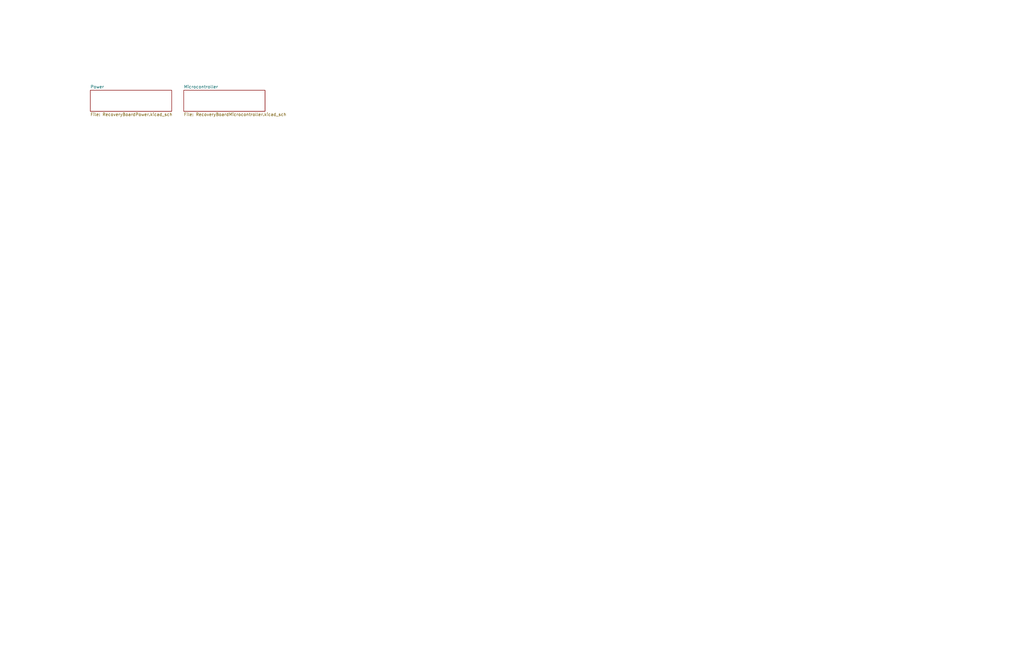
<source format=kicad_sch>
(kicad_sch (version 20211123) (generator eeschema)
  (paper "USLedger")
  (lib_symbols)
  (sheet (at 38.1 38.1) (size 34.29 8.89) (stroke (width 0.1524))
    (property "Sheet name" "Power" (at 38.1 37.3884 0) (effects (justify left bottom)))
    (property "Sheet file" "RecoveryBoardPower.kicad_sch" (at 38.1 47.5746 0) (effects (justify left top)))
  )
  (sheet (at 77.47 38.1) (size 34.29 8.89) (stroke (width 0.1524))
    (property "Sheet name" "Microcontroller" (at 77.47 37.3884 0) (effects (justify left bottom)))
    (property "Sheet file" "RecoveryBoardMicrocontroller.kicad_sch" (at 77.47 47.5746 0) (effects (justify left top)))
  )
)
</source>
